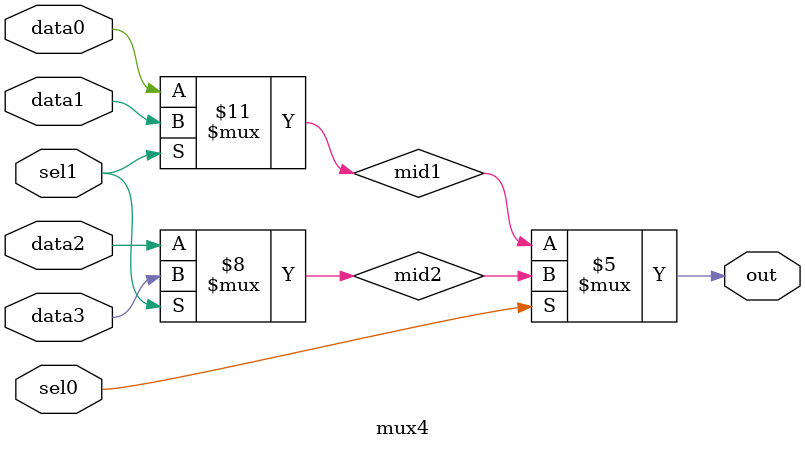
<source format=v>
/*module mux2to1(data1, data0, sel, out);
    input data1;
    input data0;
    input sel;
    output out;
    reg out;

    always @(data0, data1, sel)
    begin
        if(!sel)
            out = data0;
        else
            out = data1; 
    end
endmodule*/

module mux4(data0, data1, data2, data3, sel0, sel1, out);
    input data0;
    input data1;
    input data2;
    input data3;
    input sel0;
    input sel1;
    reg mid1;
    reg mid2;
    output out;
    reg out;


    /*mux1(data1, data0, sel1, mid1);
    mux2(data2, data3, sel1, mid2);
    mux3(mid1, mid2, sel0, out);*/

    always @(data0, data1, data2, data3, sel0, sel1)
    begin
        if(sel1==1)
        begin
            mid1 = data1;
            mid2 = data3;
        end
        else
        begin
            mid1 = data0;
            mid2 = data2;
        end
        if(sel0==0)
            out = mid1;
        else
            out = mid2;
    end
endmodule
</source>
